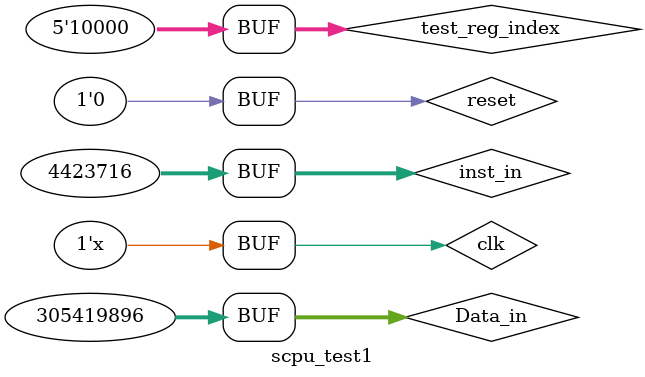
<source format=v>
`timescale 1ns / 1ps


module scpu_test1;

	// Inputs
	reg [31:0] inst_in;
	reg [31:0] Data_in;
	reg clk;
	reg reset;
	reg [4:0] test_reg_index;

	// Outputs
	wire MemW;
	wire [31:0] Addr_out;
	wire [31:0] Data_out;
	wire [31:0] PC_out;
	wire [31:0] test_reg_result;

	// Instantiate the Unit Under Test (UUT)
	SCPU_v1 uut (
		.inst_in(inst_in), 
		.Data_in(Data_in), 
		.clk(clk), 
		.reset(reset), 
		.MemW(MemW), 
		.Addr_out(Addr_out), 
		.Data_out(Data_out), 
		.PC_out(PC_out), 
		.test_reg_index(test_reg_index), 
		.test_reg_result(test_reg_result)
	);

	initial begin
		// Initialize Inputs
		inst_in = 0;
		Data_in = 0;
		clk = 0;
		reset = 1;
		test_reg_index = 0;

		// Wait 100 ns for global reset to finish
		#30;
		reset = 0;
		inst_in = 32'h20210001; // begin : addi $1, $1, 1
				#10;
				test_reg_index = 1; // $1 ought to be 1
				#20;
		inst_in = 32'h00211020; //add $2, $1, $1
				#20;
				test_reg_index = 2; // $2 ought to be 2
				#20;
		inst_in = 32'h34630003; // ori $3, $3, 3
				#20;
				test_reg_index = 3; // $3 ought to be 3
				#20;
		inst_in = 32'h00622022; // $4 sub $4, $3, $2
				#20;
				test_reg_index = 4; // $4 ought to be 1
				#20;
		inst_in = 32'h00432827; // nor $5, $2, $3
				#20;
				test_reg_index = 5; // $5 ought to be 0xFFFFFFFC
				#20;
		inst_in = 32'h00433026; // xor $6, $2, $3
				#20;
				test_reg_index = 6; // $6 ought to be 0x00000001
				#20;
		inst_in = 32'h0043382A; // slt $7, $2, $3
				#20;
				test_reg_index = 7; // $7 ought to be 1
				#20;
		inst_in = 32'h28E8FFFF; // slti $8, $7. -1
				#20;
				test_reg_index = 8; // $8 ought to be 0
				#20;
		inst_in = 32'h00014FC0; // sll $9, $1, 31
				#20;
				test_reg_index = 9; // $9 ought to be 0x80000000;
				#20;
		inst_in = 32'h000957C2; // srl $10, $9, 31;
				#20;
				test_reg_index = 10; // $10 ought to be 0x00000001
				#20;
		inst_in = 32'h01405825; // or $11, $10, $0
				#20;
				test_reg_index = 11; // $11 ought to be 1
				#20;
		inst_in = 32'h316CFFFF; // andi $12, $11, 0xFFFF
				#20;
				test_reg_index = 12; // $12 ought to be 1
				#20;
		inst_in = 32'h3C0DFFFF; // lui $13, 0xFFFF
				#20;
				test_reg_index = 13; // $13 ought to be 0xFFFF0000
				#20;
		inst_in = 32'h39AE0000; // xori $14, $13, 0x0000
				#20;
				test_reg_index = 14; // $14 ought to be 0xFFFF0000
				#20; 
		inst_in = 32'h11C0FFF1; // beq $14, $0, begin
				#40;
		inst_in = 32'h1400FFEF; // bne $0, $0, begin
				#40;
		inst_in = 32'h08000012; // j L1
				#40;
		inst_in = 32'hAC0E0008; // L1: sw $14 8($0)
				#40;
		inst_in = 32'h8C0F0008; // lw $15 8($0)
		Data_in = 32'h12345678;
				#20;
				test_reg_index = 15; // $15 ought to be 0x12345678
				#20;
		inst_in = 32'h0C000014; // jal L2
				#20;
				test_reg_index = 31; // $31 ought to be 0
				#20;
		inst_in = 32'h01E08009; // L2: jalr $15, $16
				#20;
				test_reg_index = 16; // $16 ought to be 0x12345678
				#20;
		inst_in = 32'h00438024;
				#40;
	end
    
	always @ * begin
		#20;
		clk <= ~clk;
	end
	
endmodule


</source>
